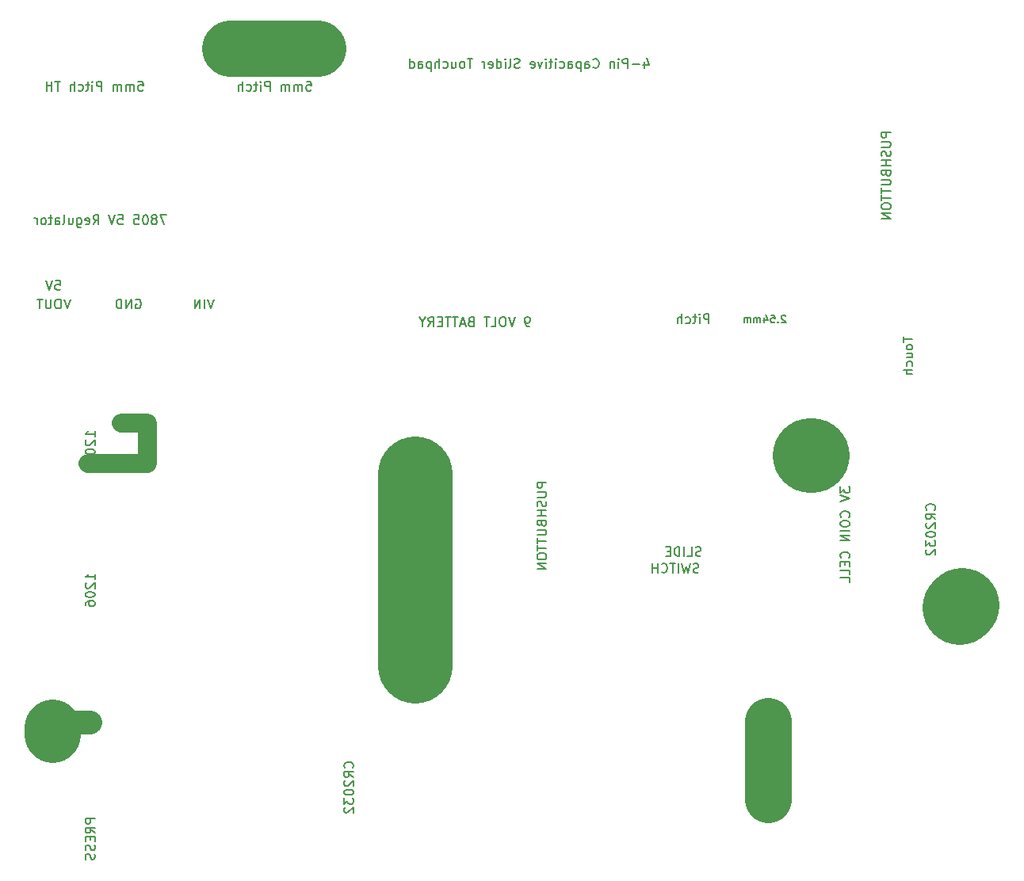
<source format=gbo>
G04 #@! TF.FileFunction,Legend,Bot*
%FSLAX46Y46*%
G04 Gerber Fmt 4.6, Leading zero omitted, Abs format (unit mm)*
G04 Created by KiCad (PCBNEW 4.0.1-3.201512221402+6198~38~ubuntu14.04.1-stable) date Tue 16 Feb 2016 12:41:40 PM PST*
%MOMM*%
G01*
G04 APERTURE LIST*
%ADD10C,0.100000*%
%ADD11C,8.000000*%
%ADD12C,2.500000*%
%ADD13C,6.000000*%
%ADD14C,2.000000*%
%ADD15C,5.000000*%
%ADD16C,0.150000*%
G04 APERTURE END LIST*
D10*
D11*
X130308000Y-95240000D02*
X130054000Y-95494000D01*
X114306000Y-79238000D02*
X114052000Y-79238000D01*
D12*
X33141000Y-107780000D02*
X37205000Y-107780000D01*
D13*
X33141000Y-109050000D02*
X33141000Y-108288000D01*
X33141000Y-109050000D02*
X33141000Y-108542000D01*
D14*
X43301000Y-80098000D02*
X43301000Y-76034000D01*
X43301000Y-75780000D02*
X40507000Y-75780000D01*
X36951000Y-80098000D02*
X43301000Y-80098000D01*
D15*
X109590000Y-107556000D02*
X109590000Y-115938000D01*
D11*
X71876000Y-101712000D02*
X71876000Y-81138000D01*
D13*
X61476000Y-35716000D02*
X52078000Y-35716000D01*
D16*
X102419905Y-89912762D02*
X102277048Y-89960381D01*
X102038952Y-89960381D01*
X101943714Y-89912762D01*
X101896095Y-89865143D01*
X101848476Y-89769905D01*
X101848476Y-89674667D01*
X101896095Y-89579429D01*
X101943714Y-89531810D01*
X102038952Y-89484190D01*
X102229429Y-89436571D01*
X102324667Y-89388952D01*
X102372286Y-89341333D01*
X102419905Y-89246095D01*
X102419905Y-89150857D01*
X102372286Y-89055619D01*
X102324667Y-89008000D01*
X102229429Y-88960381D01*
X101991333Y-88960381D01*
X101848476Y-89008000D01*
X100943714Y-89960381D02*
X101419905Y-89960381D01*
X101419905Y-88960381D01*
X100610381Y-89960381D02*
X100610381Y-88960381D01*
X100134191Y-89960381D02*
X100134191Y-88960381D01*
X99896096Y-88960381D01*
X99753238Y-89008000D01*
X99658000Y-89103238D01*
X99610381Y-89198476D01*
X99562762Y-89388952D01*
X99562762Y-89531810D01*
X99610381Y-89722286D01*
X99658000Y-89817524D01*
X99753238Y-89912762D01*
X99896096Y-89960381D01*
X100134191Y-89960381D01*
X99134191Y-89436571D02*
X98800857Y-89436571D01*
X98658000Y-89960381D02*
X99134191Y-89960381D01*
X99134191Y-88960381D01*
X98658000Y-88960381D01*
X102150000Y-91690762D02*
X102007143Y-91738381D01*
X101769047Y-91738381D01*
X101673809Y-91690762D01*
X101626190Y-91643143D01*
X101578571Y-91547905D01*
X101578571Y-91452667D01*
X101626190Y-91357429D01*
X101673809Y-91309810D01*
X101769047Y-91262190D01*
X101959524Y-91214571D01*
X102054762Y-91166952D01*
X102102381Y-91119333D01*
X102150000Y-91024095D01*
X102150000Y-90928857D01*
X102102381Y-90833619D01*
X102054762Y-90786000D01*
X101959524Y-90738381D01*
X101721428Y-90738381D01*
X101578571Y-90786000D01*
X101245238Y-90738381D02*
X101007143Y-91738381D01*
X100816666Y-91024095D01*
X100626190Y-91738381D01*
X100388095Y-90738381D01*
X100007143Y-91738381D02*
X100007143Y-90738381D01*
X99673810Y-90738381D02*
X99102381Y-90738381D01*
X99388096Y-91738381D02*
X99388096Y-90738381D01*
X98197619Y-91643143D02*
X98245238Y-91690762D01*
X98388095Y-91738381D01*
X98483333Y-91738381D01*
X98626191Y-91690762D01*
X98721429Y-91595524D01*
X98769048Y-91500286D01*
X98816667Y-91309810D01*
X98816667Y-91166952D01*
X98769048Y-90976476D01*
X98721429Y-90881238D01*
X98626191Y-90786000D01*
X98483333Y-90738381D01*
X98388095Y-90738381D01*
X98245238Y-90786000D01*
X98197619Y-90833619D01*
X97769048Y-91738381D02*
X97769048Y-90738381D01*
X97769048Y-91214571D02*
X97197619Y-91214571D01*
X97197619Y-91738381D02*
X97197619Y-90738381D01*
X45298811Y-53502381D02*
X44632144Y-53502381D01*
X45060716Y-54502381D01*
X44108335Y-53930952D02*
X44203573Y-53883333D01*
X44251192Y-53835714D01*
X44298811Y-53740476D01*
X44298811Y-53692857D01*
X44251192Y-53597619D01*
X44203573Y-53550000D01*
X44108335Y-53502381D01*
X43917858Y-53502381D01*
X43822620Y-53550000D01*
X43775001Y-53597619D01*
X43727382Y-53692857D01*
X43727382Y-53740476D01*
X43775001Y-53835714D01*
X43822620Y-53883333D01*
X43917858Y-53930952D01*
X44108335Y-53930952D01*
X44203573Y-53978571D01*
X44251192Y-54026190D01*
X44298811Y-54121429D01*
X44298811Y-54311905D01*
X44251192Y-54407143D01*
X44203573Y-54454762D01*
X44108335Y-54502381D01*
X43917858Y-54502381D01*
X43822620Y-54454762D01*
X43775001Y-54407143D01*
X43727382Y-54311905D01*
X43727382Y-54121429D01*
X43775001Y-54026190D01*
X43822620Y-53978571D01*
X43917858Y-53930952D01*
X43108335Y-53502381D02*
X43013096Y-53502381D01*
X42917858Y-53550000D01*
X42870239Y-53597619D01*
X42822620Y-53692857D01*
X42775001Y-53883333D01*
X42775001Y-54121429D01*
X42822620Y-54311905D01*
X42870239Y-54407143D01*
X42917858Y-54454762D01*
X43013096Y-54502381D01*
X43108335Y-54502381D01*
X43203573Y-54454762D01*
X43251192Y-54407143D01*
X43298811Y-54311905D01*
X43346430Y-54121429D01*
X43346430Y-53883333D01*
X43298811Y-53692857D01*
X43251192Y-53597619D01*
X43203573Y-53550000D01*
X43108335Y-53502381D01*
X41870239Y-53502381D02*
X42346430Y-53502381D01*
X42394049Y-53978571D01*
X42346430Y-53930952D01*
X42251192Y-53883333D01*
X42013096Y-53883333D01*
X41917858Y-53930952D01*
X41870239Y-53978571D01*
X41822620Y-54073810D01*
X41822620Y-54311905D01*
X41870239Y-54407143D01*
X41917858Y-54454762D01*
X42013096Y-54502381D01*
X42251192Y-54502381D01*
X42346430Y-54454762D01*
X42394049Y-54407143D01*
X40155953Y-53502381D02*
X40632144Y-53502381D01*
X40679763Y-53978571D01*
X40632144Y-53930952D01*
X40536906Y-53883333D01*
X40298810Y-53883333D01*
X40203572Y-53930952D01*
X40155953Y-53978571D01*
X40108334Y-54073810D01*
X40108334Y-54311905D01*
X40155953Y-54407143D01*
X40203572Y-54454762D01*
X40298810Y-54502381D01*
X40536906Y-54502381D01*
X40632144Y-54454762D01*
X40679763Y-54407143D01*
X39822620Y-53502381D02*
X39489287Y-54502381D01*
X39155953Y-53502381D01*
X37489286Y-54502381D02*
X37822620Y-54026190D01*
X38060715Y-54502381D02*
X38060715Y-53502381D01*
X37679762Y-53502381D01*
X37584524Y-53550000D01*
X37536905Y-53597619D01*
X37489286Y-53692857D01*
X37489286Y-53835714D01*
X37536905Y-53930952D01*
X37584524Y-53978571D01*
X37679762Y-54026190D01*
X38060715Y-54026190D01*
X36679762Y-54454762D02*
X36775000Y-54502381D01*
X36965477Y-54502381D01*
X37060715Y-54454762D01*
X37108334Y-54359524D01*
X37108334Y-53978571D01*
X37060715Y-53883333D01*
X36965477Y-53835714D01*
X36775000Y-53835714D01*
X36679762Y-53883333D01*
X36632143Y-53978571D01*
X36632143Y-54073810D01*
X37108334Y-54169048D01*
X35775000Y-53835714D02*
X35775000Y-54645238D01*
X35822619Y-54740476D01*
X35870238Y-54788095D01*
X35965477Y-54835714D01*
X36108334Y-54835714D01*
X36203572Y-54788095D01*
X35775000Y-54454762D02*
X35870238Y-54502381D01*
X36060715Y-54502381D01*
X36155953Y-54454762D01*
X36203572Y-54407143D01*
X36251191Y-54311905D01*
X36251191Y-54026190D01*
X36203572Y-53930952D01*
X36155953Y-53883333D01*
X36060715Y-53835714D01*
X35870238Y-53835714D01*
X35775000Y-53883333D01*
X34870238Y-53835714D02*
X34870238Y-54502381D01*
X35298810Y-53835714D02*
X35298810Y-54359524D01*
X35251191Y-54454762D01*
X35155953Y-54502381D01*
X35013095Y-54502381D01*
X34917857Y-54454762D01*
X34870238Y-54407143D01*
X34251191Y-54502381D02*
X34346429Y-54454762D01*
X34394048Y-54359524D01*
X34394048Y-53502381D01*
X33441666Y-54502381D02*
X33441666Y-53978571D01*
X33489285Y-53883333D01*
X33584523Y-53835714D01*
X33775000Y-53835714D01*
X33870238Y-53883333D01*
X33441666Y-54454762D02*
X33536904Y-54502381D01*
X33775000Y-54502381D01*
X33870238Y-54454762D01*
X33917857Y-54359524D01*
X33917857Y-54264286D01*
X33870238Y-54169048D01*
X33775000Y-54121429D01*
X33536904Y-54121429D01*
X33441666Y-54073810D01*
X33108333Y-53835714D02*
X32727381Y-53835714D01*
X32965476Y-53502381D02*
X32965476Y-54359524D01*
X32917857Y-54454762D01*
X32822619Y-54502381D01*
X32727381Y-54502381D01*
X32251190Y-54502381D02*
X32346428Y-54454762D01*
X32394047Y-54407143D01*
X32441666Y-54311905D01*
X32441666Y-54026190D01*
X32394047Y-53930952D01*
X32346428Y-53883333D01*
X32251190Y-53835714D01*
X32108332Y-53835714D01*
X32013094Y-53883333D01*
X31965475Y-53930952D01*
X31917856Y-54026190D01*
X31917856Y-54311905D01*
X31965475Y-54407143D01*
X32013094Y-54454762D01*
X32108332Y-54502381D01*
X32251190Y-54502381D01*
X31489285Y-54502381D02*
X31489285Y-53835714D01*
X31489285Y-54026190D02*
X31441666Y-53930952D01*
X31394047Y-53883333D01*
X31298809Y-53835714D01*
X31203570Y-53835714D01*
X50370238Y-62502381D02*
X50036905Y-63502381D01*
X49703571Y-62502381D01*
X49370238Y-63502381D02*
X49370238Y-62502381D01*
X48894048Y-63502381D02*
X48894048Y-62502381D01*
X48322619Y-63502381D01*
X48322619Y-62502381D01*
X42036904Y-62550000D02*
X42132142Y-62502381D01*
X42274999Y-62502381D01*
X42417857Y-62550000D01*
X42513095Y-62645238D01*
X42560714Y-62740476D01*
X42608333Y-62930952D01*
X42608333Y-63073810D01*
X42560714Y-63264286D01*
X42513095Y-63359524D01*
X42417857Y-63454762D01*
X42274999Y-63502381D01*
X42179761Y-63502381D01*
X42036904Y-63454762D01*
X41989285Y-63407143D01*
X41989285Y-63073810D01*
X42179761Y-63073810D01*
X41560714Y-63502381D02*
X41560714Y-62502381D01*
X40989285Y-63502381D01*
X40989285Y-62502381D01*
X40513095Y-63502381D02*
X40513095Y-62502381D01*
X40275000Y-62502381D01*
X40132142Y-62550000D01*
X40036904Y-62645238D01*
X39989285Y-62740476D01*
X39941666Y-62930952D01*
X39941666Y-63073810D01*
X39989285Y-63264286D01*
X40036904Y-63359524D01*
X40132142Y-63454762D01*
X40275000Y-63502381D01*
X40513095Y-63502381D01*
X35036905Y-62502381D02*
X34703572Y-63502381D01*
X34370238Y-62502381D01*
X33846429Y-62502381D02*
X33655952Y-62502381D01*
X33560714Y-62550000D01*
X33465476Y-62645238D01*
X33417857Y-62835714D01*
X33417857Y-63169048D01*
X33465476Y-63359524D01*
X33560714Y-63454762D01*
X33655952Y-63502381D01*
X33846429Y-63502381D01*
X33941667Y-63454762D01*
X34036905Y-63359524D01*
X34084524Y-63169048D01*
X34084524Y-62835714D01*
X34036905Y-62645238D01*
X33941667Y-62550000D01*
X33846429Y-62502381D01*
X32989286Y-62502381D02*
X32989286Y-63311905D01*
X32941667Y-63407143D01*
X32894048Y-63454762D01*
X32798810Y-63502381D01*
X32608333Y-63502381D01*
X32513095Y-63454762D01*
X32465476Y-63407143D01*
X32417857Y-63311905D01*
X32417857Y-62502381D01*
X32084524Y-62502381D02*
X31513095Y-62502381D01*
X31798810Y-63502381D02*
X31798810Y-62502381D01*
X33465476Y-60502381D02*
X33941667Y-60502381D01*
X33989286Y-60978571D01*
X33941667Y-60930952D01*
X33846429Y-60883333D01*
X33608333Y-60883333D01*
X33513095Y-60930952D01*
X33465476Y-60978571D01*
X33417857Y-61073810D01*
X33417857Y-61311905D01*
X33465476Y-61407143D01*
X33513095Y-61454762D01*
X33608333Y-61502381D01*
X33846429Y-61502381D01*
X33941667Y-61454762D01*
X33989286Y-61407143D01*
X33132143Y-60502381D02*
X32798810Y-61502381D01*
X32465476Y-60502381D01*
X127363143Y-85016762D02*
X127410762Y-84969143D01*
X127458381Y-84826286D01*
X127458381Y-84731048D01*
X127410762Y-84588190D01*
X127315524Y-84492952D01*
X127220286Y-84445333D01*
X127029810Y-84397714D01*
X126886952Y-84397714D01*
X126696476Y-84445333D01*
X126601238Y-84492952D01*
X126506000Y-84588190D01*
X126458381Y-84731048D01*
X126458381Y-84826286D01*
X126506000Y-84969143D01*
X126553619Y-85016762D01*
X127458381Y-86016762D02*
X126982190Y-85683428D01*
X127458381Y-85445333D02*
X126458381Y-85445333D01*
X126458381Y-85826286D01*
X126506000Y-85921524D01*
X126553619Y-85969143D01*
X126648857Y-86016762D01*
X126791714Y-86016762D01*
X126886952Y-85969143D01*
X126934571Y-85921524D01*
X126982190Y-85826286D01*
X126982190Y-85445333D01*
X126553619Y-86397714D02*
X126506000Y-86445333D01*
X126458381Y-86540571D01*
X126458381Y-86778667D01*
X126506000Y-86873905D01*
X126553619Y-86921524D01*
X126648857Y-86969143D01*
X126744095Y-86969143D01*
X126886952Y-86921524D01*
X127458381Y-86350095D01*
X127458381Y-86969143D01*
X126458381Y-87588190D02*
X126458381Y-87683429D01*
X126506000Y-87778667D01*
X126553619Y-87826286D01*
X126648857Y-87873905D01*
X126839333Y-87921524D01*
X127077429Y-87921524D01*
X127267905Y-87873905D01*
X127363143Y-87826286D01*
X127410762Y-87778667D01*
X127458381Y-87683429D01*
X127458381Y-87588190D01*
X127410762Y-87492952D01*
X127363143Y-87445333D01*
X127267905Y-87397714D01*
X127077429Y-87350095D01*
X126839333Y-87350095D01*
X126648857Y-87397714D01*
X126553619Y-87445333D01*
X126506000Y-87492952D01*
X126458381Y-87588190D01*
X126458381Y-88254857D02*
X126458381Y-88873905D01*
X126839333Y-88540571D01*
X126839333Y-88683429D01*
X126886952Y-88778667D01*
X126934571Y-88826286D01*
X127029810Y-88873905D01*
X127267905Y-88873905D01*
X127363143Y-88826286D01*
X127410762Y-88778667D01*
X127458381Y-88683429D01*
X127458381Y-88397714D01*
X127410762Y-88302476D01*
X127363143Y-88254857D01*
X126553619Y-89254857D02*
X126506000Y-89302476D01*
X126458381Y-89397714D01*
X126458381Y-89635810D01*
X126506000Y-89731048D01*
X126553619Y-89778667D01*
X126648857Y-89826286D01*
X126744095Y-89826286D01*
X126886952Y-89778667D01*
X127458381Y-89207238D01*
X127458381Y-89826286D01*
X117314381Y-82548571D02*
X117314381Y-83167619D01*
X117695333Y-82834285D01*
X117695333Y-82977143D01*
X117742952Y-83072381D01*
X117790571Y-83120000D01*
X117885810Y-83167619D01*
X118123905Y-83167619D01*
X118219143Y-83120000D01*
X118266762Y-83072381D01*
X118314381Y-82977143D01*
X118314381Y-82691428D01*
X118266762Y-82596190D01*
X118219143Y-82548571D01*
X117314381Y-83453333D02*
X118314381Y-83786666D01*
X117314381Y-84120000D01*
X118219143Y-85786667D02*
X118266762Y-85739048D01*
X118314381Y-85596191D01*
X118314381Y-85500953D01*
X118266762Y-85358095D01*
X118171524Y-85262857D01*
X118076286Y-85215238D01*
X117885810Y-85167619D01*
X117742952Y-85167619D01*
X117552476Y-85215238D01*
X117457238Y-85262857D01*
X117362000Y-85358095D01*
X117314381Y-85500953D01*
X117314381Y-85596191D01*
X117362000Y-85739048D01*
X117409619Y-85786667D01*
X117314381Y-86405714D02*
X117314381Y-86596191D01*
X117362000Y-86691429D01*
X117457238Y-86786667D01*
X117647714Y-86834286D01*
X117981048Y-86834286D01*
X118171524Y-86786667D01*
X118266762Y-86691429D01*
X118314381Y-86596191D01*
X118314381Y-86405714D01*
X118266762Y-86310476D01*
X118171524Y-86215238D01*
X117981048Y-86167619D01*
X117647714Y-86167619D01*
X117457238Y-86215238D01*
X117362000Y-86310476D01*
X117314381Y-86405714D01*
X118314381Y-87262857D02*
X117314381Y-87262857D01*
X118314381Y-87739047D02*
X117314381Y-87739047D01*
X118314381Y-88310476D01*
X117314381Y-88310476D01*
X118219143Y-90120000D02*
X118266762Y-90072381D01*
X118314381Y-89929524D01*
X118314381Y-89834286D01*
X118266762Y-89691428D01*
X118171524Y-89596190D01*
X118076286Y-89548571D01*
X117885810Y-89500952D01*
X117742952Y-89500952D01*
X117552476Y-89548571D01*
X117457238Y-89596190D01*
X117362000Y-89691428D01*
X117314381Y-89834286D01*
X117314381Y-89929524D01*
X117362000Y-90072381D01*
X117409619Y-90120000D01*
X117790571Y-90548571D02*
X117790571Y-90881905D01*
X118314381Y-91024762D02*
X118314381Y-90548571D01*
X117314381Y-90548571D01*
X117314381Y-91024762D01*
X118314381Y-91929524D02*
X118314381Y-91453333D01*
X117314381Y-91453333D01*
X118314381Y-92739048D02*
X118314381Y-92262857D01*
X117314381Y-92262857D01*
X37673381Y-117978333D02*
X36673381Y-117978333D01*
X36673381Y-118359286D01*
X36721000Y-118454524D01*
X36768619Y-118502143D01*
X36863857Y-118549762D01*
X37006714Y-118549762D01*
X37101952Y-118502143D01*
X37149571Y-118454524D01*
X37197190Y-118359286D01*
X37197190Y-117978333D01*
X37673381Y-119549762D02*
X37197190Y-119216428D01*
X37673381Y-118978333D02*
X36673381Y-118978333D01*
X36673381Y-119359286D01*
X36721000Y-119454524D01*
X36768619Y-119502143D01*
X36863857Y-119549762D01*
X37006714Y-119549762D01*
X37101952Y-119502143D01*
X37149571Y-119454524D01*
X37197190Y-119359286D01*
X37197190Y-118978333D01*
X37149571Y-119978333D02*
X37149571Y-120311667D01*
X37673381Y-120454524D02*
X37673381Y-119978333D01*
X36673381Y-119978333D01*
X36673381Y-120454524D01*
X37625762Y-120835476D02*
X37673381Y-120978333D01*
X37673381Y-121216429D01*
X37625762Y-121311667D01*
X37578143Y-121359286D01*
X37482905Y-121406905D01*
X37387667Y-121406905D01*
X37292429Y-121359286D01*
X37244810Y-121311667D01*
X37197190Y-121216429D01*
X37149571Y-121025952D01*
X37101952Y-120930714D01*
X37054333Y-120883095D01*
X36959095Y-120835476D01*
X36863857Y-120835476D01*
X36768619Y-120883095D01*
X36721000Y-120930714D01*
X36673381Y-121025952D01*
X36673381Y-121264048D01*
X36721000Y-121406905D01*
X37625762Y-121787857D02*
X37673381Y-121930714D01*
X37673381Y-122168810D01*
X37625762Y-122264048D01*
X37578143Y-122311667D01*
X37482905Y-122359286D01*
X37387667Y-122359286D01*
X37292429Y-122311667D01*
X37244810Y-122264048D01*
X37197190Y-122168810D01*
X37149571Y-121978333D01*
X37101952Y-121883095D01*
X37054333Y-121835476D01*
X36959095Y-121787857D01*
X36863857Y-121787857D01*
X36768619Y-121835476D01*
X36721000Y-121883095D01*
X36673381Y-121978333D01*
X36673381Y-122216429D01*
X36721000Y-122359286D01*
X37657381Y-92447143D02*
X37657381Y-91875714D01*
X37657381Y-92161428D02*
X36657381Y-92161428D01*
X36800238Y-92066190D01*
X36895476Y-91970952D01*
X36943095Y-91875714D01*
X36752619Y-92828095D02*
X36705000Y-92875714D01*
X36657381Y-92970952D01*
X36657381Y-93209048D01*
X36705000Y-93304286D01*
X36752619Y-93351905D01*
X36847857Y-93399524D01*
X36943095Y-93399524D01*
X37085952Y-93351905D01*
X37657381Y-92780476D01*
X37657381Y-93399524D01*
X36657381Y-94018571D02*
X36657381Y-94113810D01*
X36705000Y-94209048D01*
X36752619Y-94256667D01*
X36847857Y-94304286D01*
X37038333Y-94351905D01*
X37276429Y-94351905D01*
X37466905Y-94304286D01*
X37562143Y-94256667D01*
X37609762Y-94209048D01*
X37657381Y-94113810D01*
X37657381Y-94018571D01*
X37609762Y-93923333D01*
X37562143Y-93875714D01*
X37466905Y-93828095D01*
X37276429Y-93780476D01*
X37038333Y-93780476D01*
X36847857Y-93828095D01*
X36752619Y-93875714D01*
X36705000Y-93923333D01*
X36657381Y-94018571D01*
X36657381Y-95209048D02*
X36657381Y-95018571D01*
X36705000Y-94923333D01*
X36752619Y-94875714D01*
X36895476Y-94780476D01*
X37085952Y-94732857D01*
X37466905Y-94732857D01*
X37562143Y-94780476D01*
X37609762Y-94828095D01*
X37657381Y-94923333D01*
X37657381Y-95113810D01*
X37609762Y-95209048D01*
X37562143Y-95256667D01*
X37466905Y-95304286D01*
X37228810Y-95304286D01*
X37133571Y-95256667D01*
X37085952Y-95209048D01*
X37038333Y-95113810D01*
X37038333Y-94923333D01*
X37085952Y-94828095D01*
X37133571Y-94780476D01*
X37228810Y-94732857D01*
X103256667Y-65084381D02*
X103256667Y-64084381D01*
X102875714Y-64084381D01*
X102780476Y-64132000D01*
X102732857Y-64179619D01*
X102685238Y-64274857D01*
X102685238Y-64417714D01*
X102732857Y-64512952D01*
X102780476Y-64560571D01*
X102875714Y-64608190D01*
X103256667Y-64608190D01*
X102256667Y-65084381D02*
X102256667Y-64417714D01*
X102256667Y-64084381D02*
X102304286Y-64132000D01*
X102256667Y-64179619D01*
X102209048Y-64132000D01*
X102256667Y-64084381D01*
X102256667Y-64179619D01*
X101923334Y-64417714D02*
X101542382Y-64417714D01*
X101780477Y-64084381D02*
X101780477Y-64941524D01*
X101732858Y-65036762D01*
X101637620Y-65084381D01*
X101542382Y-65084381D01*
X100780476Y-65036762D02*
X100875714Y-65084381D01*
X101066191Y-65084381D01*
X101161429Y-65036762D01*
X101209048Y-64989143D01*
X101256667Y-64893905D01*
X101256667Y-64608190D01*
X101209048Y-64512952D01*
X101161429Y-64465333D01*
X101066191Y-64417714D01*
X100875714Y-64417714D01*
X100780476Y-64465333D01*
X100351905Y-65084381D02*
X100351905Y-64084381D01*
X99923333Y-65084381D02*
X99923333Y-64560571D01*
X99970952Y-64465333D01*
X100066190Y-64417714D01*
X100209048Y-64417714D01*
X100304286Y-64465333D01*
X100351905Y-64512952D01*
X111457619Y-64270095D02*
X111419524Y-64232000D01*
X111343333Y-64193905D01*
X111152857Y-64193905D01*
X111076667Y-64232000D01*
X111038571Y-64270095D01*
X111000476Y-64346286D01*
X111000476Y-64422476D01*
X111038571Y-64536762D01*
X111495714Y-64993905D01*
X111000476Y-64993905D01*
X110657619Y-64917714D02*
X110619524Y-64955810D01*
X110657619Y-64993905D01*
X110695714Y-64955810D01*
X110657619Y-64917714D01*
X110657619Y-64993905D01*
X109895714Y-64193905D02*
X110276667Y-64193905D01*
X110314762Y-64574857D01*
X110276667Y-64536762D01*
X110200476Y-64498667D01*
X110010000Y-64498667D01*
X109933810Y-64536762D01*
X109895714Y-64574857D01*
X109857619Y-64651048D01*
X109857619Y-64841524D01*
X109895714Y-64917714D01*
X109933810Y-64955810D01*
X110010000Y-64993905D01*
X110200476Y-64993905D01*
X110276667Y-64955810D01*
X110314762Y-64917714D01*
X109171905Y-64460571D02*
X109171905Y-64993905D01*
X109362381Y-64155810D02*
X109552857Y-64727238D01*
X109057619Y-64727238D01*
X108752857Y-64993905D02*
X108752857Y-64460571D01*
X108752857Y-64536762D02*
X108714762Y-64498667D01*
X108638571Y-64460571D01*
X108524285Y-64460571D01*
X108448095Y-64498667D01*
X108410000Y-64574857D01*
X108410000Y-64993905D01*
X108410000Y-64574857D02*
X108371904Y-64498667D01*
X108295714Y-64460571D01*
X108181428Y-64460571D01*
X108105238Y-64498667D01*
X108067143Y-64574857D01*
X108067143Y-64993905D01*
X107686190Y-64993905D02*
X107686190Y-64460571D01*
X107686190Y-64536762D02*
X107648095Y-64498667D01*
X107571904Y-64460571D01*
X107457618Y-64460571D01*
X107381428Y-64498667D01*
X107343333Y-64574857D01*
X107343333Y-64993905D01*
X107343333Y-64574857D02*
X107305237Y-64498667D01*
X107229047Y-64460571D01*
X107114761Y-64460571D01*
X107038571Y-64498667D01*
X107000476Y-64574857D01*
X107000476Y-64993905D01*
X37657381Y-77177143D02*
X37657381Y-76605714D01*
X37657381Y-76891428D02*
X36657381Y-76891428D01*
X36800238Y-76796190D01*
X36895476Y-76700952D01*
X36943095Y-76605714D01*
X36752619Y-77558095D02*
X36705000Y-77605714D01*
X36657381Y-77700952D01*
X36657381Y-77939048D01*
X36705000Y-78034286D01*
X36752619Y-78081905D01*
X36847857Y-78129524D01*
X36943095Y-78129524D01*
X37085952Y-78081905D01*
X37657381Y-77510476D01*
X37657381Y-78129524D01*
X36657381Y-78748571D02*
X36657381Y-78843810D01*
X36705000Y-78939048D01*
X36752619Y-78986667D01*
X36847857Y-79034286D01*
X37038333Y-79081905D01*
X37276429Y-79081905D01*
X37466905Y-79034286D01*
X37562143Y-78986667D01*
X37609762Y-78939048D01*
X37657381Y-78843810D01*
X37657381Y-78748571D01*
X37609762Y-78653333D01*
X37562143Y-78605714D01*
X37466905Y-78558095D01*
X37276429Y-78510476D01*
X37038333Y-78510476D01*
X36847857Y-78558095D01*
X36752619Y-78605714D01*
X36705000Y-78653333D01*
X36657381Y-78748571D01*
X36657381Y-79939048D02*
X36657381Y-79748571D01*
X36705000Y-79653333D01*
X36752619Y-79605714D01*
X36895476Y-79510476D01*
X37085952Y-79462857D01*
X37466905Y-79462857D01*
X37562143Y-79510476D01*
X37609762Y-79558095D01*
X37657381Y-79653333D01*
X37657381Y-79843810D01*
X37609762Y-79939048D01*
X37562143Y-79986667D01*
X37466905Y-80034286D01*
X37228810Y-80034286D01*
X37133571Y-79986667D01*
X37085952Y-79939048D01*
X37038333Y-79843810D01*
X37038333Y-79653333D01*
X37085952Y-79558095D01*
X37133571Y-79510476D01*
X37228810Y-79462857D01*
X124026381Y-66498571D02*
X124026381Y-67070000D01*
X125026381Y-66784285D02*
X124026381Y-66784285D01*
X125026381Y-67546190D02*
X124978762Y-67450952D01*
X124931143Y-67403333D01*
X124835905Y-67355714D01*
X124550190Y-67355714D01*
X124454952Y-67403333D01*
X124407333Y-67450952D01*
X124359714Y-67546190D01*
X124359714Y-67689048D01*
X124407333Y-67784286D01*
X124454952Y-67831905D01*
X124550190Y-67879524D01*
X124835905Y-67879524D01*
X124931143Y-67831905D01*
X124978762Y-67784286D01*
X125026381Y-67689048D01*
X125026381Y-67546190D01*
X124359714Y-68736667D02*
X125026381Y-68736667D01*
X124359714Y-68308095D02*
X124883524Y-68308095D01*
X124978762Y-68355714D01*
X125026381Y-68450952D01*
X125026381Y-68593810D01*
X124978762Y-68689048D01*
X124931143Y-68736667D01*
X124978762Y-69641429D02*
X125026381Y-69546191D01*
X125026381Y-69355714D01*
X124978762Y-69260476D01*
X124931143Y-69212857D01*
X124835905Y-69165238D01*
X124550190Y-69165238D01*
X124454952Y-69212857D01*
X124407333Y-69260476D01*
X124359714Y-69355714D01*
X124359714Y-69546191D01*
X124407333Y-69641429D01*
X125026381Y-70070000D02*
X124026381Y-70070000D01*
X125026381Y-70498572D02*
X124502571Y-70498572D01*
X124407333Y-70450953D01*
X124359714Y-70355715D01*
X124359714Y-70212857D01*
X124407333Y-70117619D01*
X124454952Y-70070000D01*
X96371524Y-37126714D02*
X96371524Y-37793381D01*
X96609620Y-36745762D02*
X96847715Y-37460048D01*
X96228667Y-37460048D01*
X95847715Y-37412429D02*
X95085810Y-37412429D01*
X94609620Y-37793381D02*
X94609620Y-36793381D01*
X94228667Y-36793381D01*
X94133429Y-36841000D01*
X94085810Y-36888619D01*
X94038191Y-36983857D01*
X94038191Y-37126714D01*
X94085810Y-37221952D01*
X94133429Y-37269571D01*
X94228667Y-37317190D01*
X94609620Y-37317190D01*
X93609620Y-37793381D02*
X93609620Y-37126714D01*
X93609620Y-36793381D02*
X93657239Y-36841000D01*
X93609620Y-36888619D01*
X93562001Y-36841000D01*
X93609620Y-36793381D01*
X93609620Y-36888619D01*
X93133430Y-37126714D02*
X93133430Y-37793381D01*
X93133430Y-37221952D02*
X93085811Y-37174333D01*
X92990573Y-37126714D01*
X92847715Y-37126714D01*
X92752477Y-37174333D01*
X92704858Y-37269571D01*
X92704858Y-37793381D01*
X90895334Y-37698143D02*
X90942953Y-37745762D01*
X91085810Y-37793381D01*
X91181048Y-37793381D01*
X91323906Y-37745762D01*
X91419144Y-37650524D01*
X91466763Y-37555286D01*
X91514382Y-37364810D01*
X91514382Y-37221952D01*
X91466763Y-37031476D01*
X91419144Y-36936238D01*
X91323906Y-36841000D01*
X91181048Y-36793381D01*
X91085810Y-36793381D01*
X90942953Y-36841000D01*
X90895334Y-36888619D01*
X90038191Y-37793381D02*
X90038191Y-37269571D01*
X90085810Y-37174333D01*
X90181048Y-37126714D01*
X90371525Y-37126714D01*
X90466763Y-37174333D01*
X90038191Y-37745762D02*
X90133429Y-37793381D01*
X90371525Y-37793381D01*
X90466763Y-37745762D01*
X90514382Y-37650524D01*
X90514382Y-37555286D01*
X90466763Y-37460048D01*
X90371525Y-37412429D01*
X90133429Y-37412429D01*
X90038191Y-37364810D01*
X89562001Y-37126714D02*
X89562001Y-38126714D01*
X89562001Y-37174333D02*
X89466763Y-37126714D01*
X89276286Y-37126714D01*
X89181048Y-37174333D01*
X89133429Y-37221952D01*
X89085810Y-37317190D01*
X89085810Y-37602905D01*
X89133429Y-37698143D01*
X89181048Y-37745762D01*
X89276286Y-37793381D01*
X89466763Y-37793381D01*
X89562001Y-37745762D01*
X88228667Y-37793381D02*
X88228667Y-37269571D01*
X88276286Y-37174333D01*
X88371524Y-37126714D01*
X88562001Y-37126714D01*
X88657239Y-37174333D01*
X88228667Y-37745762D02*
X88323905Y-37793381D01*
X88562001Y-37793381D01*
X88657239Y-37745762D01*
X88704858Y-37650524D01*
X88704858Y-37555286D01*
X88657239Y-37460048D01*
X88562001Y-37412429D01*
X88323905Y-37412429D01*
X88228667Y-37364810D01*
X87323905Y-37745762D02*
X87419143Y-37793381D01*
X87609620Y-37793381D01*
X87704858Y-37745762D01*
X87752477Y-37698143D01*
X87800096Y-37602905D01*
X87800096Y-37317190D01*
X87752477Y-37221952D01*
X87704858Y-37174333D01*
X87609620Y-37126714D01*
X87419143Y-37126714D01*
X87323905Y-37174333D01*
X86895334Y-37793381D02*
X86895334Y-37126714D01*
X86895334Y-36793381D02*
X86942953Y-36841000D01*
X86895334Y-36888619D01*
X86847715Y-36841000D01*
X86895334Y-36793381D01*
X86895334Y-36888619D01*
X86562001Y-37126714D02*
X86181049Y-37126714D01*
X86419144Y-36793381D02*
X86419144Y-37650524D01*
X86371525Y-37745762D01*
X86276287Y-37793381D01*
X86181049Y-37793381D01*
X85847715Y-37793381D02*
X85847715Y-37126714D01*
X85847715Y-36793381D02*
X85895334Y-36841000D01*
X85847715Y-36888619D01*
X85800096Y-36841000D01*
X85847715Y-36793381D01*
X85847715Y-36888619D01*
X85466763Y-37126714D02*
X85228668Y-37793381D01*
X84990572Y-37126714D01*
X84228667Y-37745762D02*
X84323905Y-37793381D01*
X84514382Y-37793381D01*
X84609620Y-37745762D01*
X84657239Y-37650524D01*
X84657239Y-37269571D01*
X84609620Y-37174333D01*
X84514382Y-37126714D01*
X84323905Y-37126714D01*
X84228667Y-37174333D01*
X84181048Y-37269571D01*
X84181048Y-37364810D01*
X84657239Y-37460048D01*
X83038191Y-37745762D02*
X82895334Y-37793381D01*
X82657238Y-37793381D01*
X82562000Y-37745762D01*
X82514381Y-37698143D01*
X82466762Y-37602905D01*
X82466762Y-37507667D01*
X82514381Y-37412429D01*
X82562000Y-37364810D01*
X82657238Y-37317190D01*
X82847715Y-37269571D01*
X82942953Y-37221952D01*
X82990572Y-37174333D01*
X83038191Y-37079095D01*
X83038191Y-36983857D01*
X82990572Y-36888619D01*
X82942953Y-36841000D01*
X82847715Y-36793381D01*
X82609619Y-36793381D01*
X82466762Y-36841000D01*
X81895334Y-37793381D02*
X81990572Y-37745762D01*
X82038191Y-37650524D01*
X82038191Y-36793381D01*
X81514381Y-37793381D02*
X81514381Y-37126714D01*
X81514381Y-36793381D02*
X81562000Y-36841000D01*
X81514381Y-36888619D01*
X81466762Y-36841000D01*
X81514381Y-36793381D01*
X81514381Y-36888619D01*
X80609619Y-37793381D02*
X80609619Y-36793381D01*
X80609619Y-37745762D02*
X80704857Y-37793381D01*
X80895334Y-37793381D01*
X80990572Y-37745762D01*
X81038191Y-37698143D01*
X81085810Y-37602905D01*
X81085810Y-37317190D01*
X81038191Y-37221952D01*
X80990572Y-37174333D01*
X80895334Y-37126714D01*
X80704857Y-37126714D01*
X80609619Y-37174333D01*
X79752476Y-37745762D02*
X79847714Y-37793381D01*
X80038191Y-37793381D01*
X80133429Y-37745762D01*
X80181048Y-37650524D01*
X80181048Y-37269571D01*
X80133429Y-37174333D01*
X80038191Y-37126714D01*
X79847714Y-37126714D01*
X79752476Y-37174333D01*
X79704857Y-37269571D01*
X79704857Y-37364810D01*
X80181048Y-37460048D01*
X79276286Y-37793381D02*
X79276286Y-37126714D01*
X79276286Y-37317190D02*
X79228667Y-37221952D01*
X79181048Y-37174333D01*
X79085810Y-37126714D01*
X78990571Y-37126714D01*
X78038190Y-36793381D02*
X77466761Y-36793381D01*
X77752476Y-37793381D02*
X77752476Y-36793381D01*
X76990571Y-37793381D02*
X77085809Y-37745762D01*
X77133428Y-37698143D01*
X77181047Y-37602905D01*
X77181047Y-37317190D01*
X77133428Y-37221952D01*
X77085809Y-37174333D01*
X76990571Y-37126714D01*
X76847713Y-37126714D01*
X76752475Y-37174333D01*
X76704856Y-37221952D01*
X76657237Y-37317190D01*
X76657237Y-37602905D01*
X76704856Y-37698143D01*
X76752475Y-37745762D01*
X76847713Y-37793381D01*
X76990571Y-37793381D01*
X75800094Y-37126714D02*
X75800094Y-37793381D01*
X76228666Y-37126714D02*
X76228666Y-37650524D01*
X76181047Y-37745762D01*
X76085809Y-37793381D01*
X75942951Y-37793381D01*
X75847713Y-37745762D01*
X75800094Y-37698143D01*
X74895332Y-37745762D02*
X74990570Y-37793381D01*
X75181047Y-37793381D01*
X75276285Y-37745762D01*
X75323904Y-37698143D01*
X75371523Y-37602905D01*
X75371523Y-37317190D01*
X75323904Y-37221952D01*
X75276285Y-37174333D01*
X75181047Y-37126714D01*
X74990570Y-37126714D01*
X74895332Y-37174333D01*
X74466761Y-37793381D02*
X74466761Y-36793381D01*
X74038189Y-37793381D02*
X74038189Y-37269571D01*
X74085808Y-37174333D01*
X74181046Y-37126714D01*
X74323904Y-37126714D01*
X74419142Y-37174333D01*
X74466761Y-37221952D01*
X73561999Y-37126714D02*
X73561999Y-38126714D01*
X73561999Y-37174333D02*
X73466761Y-37126714D01*
X73276284Y-37126714D01*
X73181046Y-37174333D01*
X73133427Y-37221952D01*
X73085808Y-37317190D01*
X73085808Y-37602905D01*
X73133427Y-37698143D01*
X73181046Y-37745762D01*
X73276284Y-37793381D01*
X73466761Y-37793381D01*
X73561999Y-37745762D01*
X72228665Y-37793381D02*
X72228665Y-37269571D01*
X72276284Y-37174333D01*
X72371522Y-37126714D01*
X72561999Y-37126714D01*
X72657237Y-37174333D01*
X72228665Y-37745762D02*
X72323903Y-37793381D01*
X72561999Y-37793381D01*
X72657237Y-37745762D01*
X72704856Y-37650524D01*
X72704856Y-37555286D01*
X72657237Y-37460048D01*
X72561999Y-37412429D01*
X72323903Y-37412429D01*
X72228665Y-37364810D01*
X71323903Y-37793381D02*
X71323903Y-36793381D01*
X71323903Y-37745762D02*
X71419141Y-37793381D01*
X71609618Y-37793381D01*
X71704856Y-37745762D01*
X71752475Y-37698143D01*
X71800094Y-37602905D01*
X71800094Y-37317190D01*
X71752475Y-37221952D01*
X71704856Y-37174333D01*
X71609618Y-37126714D01*
X71419141Y-37126714D01*
X71323903Y-37174333D01*
X65181143Y-112576762D02*
X65228762Y-112529143D01*
X65276381Y-112386286D01*
X65276381Y-112291048D01*
X65228762Y-112148190D01*
X65133524Y-112052952D01*
X65038286Y-112005333D01*
X64847810Y-111957714D01*
X64704952Y-111957714D01*
X64514476Y-112005333D01*
X64419238Y-112052952D01*
X64324000Y-112148190D01*
X64276381Y-112291048D01*
X64276381Y-112386286D01*
X64324000Y-112529143D01*
X64371619Y-112576762D01*
X65276381Y-113576762D02*
X64800190Y-113243428D01*
X65276381Y-113005333D02*
X64276381Y-113005333D01*
X64276381Y-113386286D01*
X64324000Y-113481524D01*
X64371619Y-113529143D01*
X64466857Y-113576762D01*
X64609714Y-113576762D01*
X64704952Y-113529143D01*
X64752571Y-113481524D01*
X64800190Y-113386286D01*
X64800190Y-113005333D01*
X64371619Y-113957714D02*
X64324000Y-114005333D01*
X64276381Y-114100571D01*
X64276381Y-114338667D01*
X64324000Y-114433905D01*
X64371619Y-114481524D01*
X64466857Y-114529143D01*
X64562095Y-114529143D01*
X64704952Y-114481524D01*
X65276381Y-113910095D01*
X65276381Y-114529143D01*
X64276381Y-115148190D02*
X64276381Y-115243429D01*
X64324000Y-115338667D01*
X64371619Y-115386286D01*
X64466857Y-115433905D01*
X64657333Y-115481524D01*
X64895429Y-115481524D01*
X65085905Y-115433905D01*
X65181143Y-115386286D01*
X65228762Y-115338667D01*
X65276381Y-115243429D01*
X65276381Y-115148190D01*
X65228762Y-115052952D01*
X65181143Y-115005333D01*
X65085905Y-114957714D01*
X64895429Y-114910095D01*
X64657333Y-114910095D01*
X64466857Y-114957714D01*
X64371619Y-115005333D01*
X64324000Y-115052952D01*
X64276381Y-115148190D01*
X64276381Y-115814857D02*
X64276381Y-116433905D01*
X64657333Y-116100571D01*
X64657333Y-116243429D01*
X64704952Y-116338667D01*
X64752571Y-116386286D01*
X64847810Y-116433905D01*
X65085905Y-116433905D01*
X65181143Y-116386286D01*
X65228762Y-116338667D01*
X65276381Y-116243429D01*
X65276381Y-115957714D01*
X65228762Y-115862476D01*
X65181143Y-115814857D01*
X64371619Y-116814857D02*
X64324000Y-116862476D01*
X64276381Y-116957714D01*
X64276381Y-117195810D01*
X64324000Y-117291048D01*
X64371619Y-117338667D01*
X64466857Y-117386286D01*
X64562095Y-117386286D01*
X64704952Y-117338667D01*
X65276381Y-116767238D01*
X65276381Y-117386286D01*
X122682381Y-44670952D02*
X121682381Y-44670952D01*
X121682381Y-45051905D01*
X121730000Y-45147143D01*
X121777619Y-45194762D01*
X121872857Y-45242381D01*
X122015714Y-45242381D01*
X122110952Y-45194762D01*
X122158571Y-45147143D01*
X122206190Y-45051905D01*
X122206190Y-44670952D01*
X121682381Y-45670952D02*
X122491905Y-45670952D01*
X122587143Y-45718571D01*
X122634762Y-45766190D01*
X122682381Y-45861428D01*
X122682381Y-46051905D01*
X122634762Y-46147143D01*
X122587143Y-46194762D01*
X122491905Y-46242381D01*
X121682381Y-46242381D01*
X122634762Y-46670952D02*
X122682381Y-46813809D01*
X122682381Y-47051905D01*
X122634762Y-47147143D01*
X122587143Y-47194762D01*
X122491905Y-47242381D01*
X122396667Y-47242381D01*
X122301429Y-47194762D01*
X122253810Y-47147143D01*
X122206190Y-47051905D01*
X122158571Y-46861428D01*
X122110952Y-46766190D01*
X122063333Y-46718571D01*
X121968095Y-46670952D01*
X121872857Y-46670952D01*
X121777619Y-46718571D01*
X121730000Y-46766190D01*
X121682381Y-46861428D01*
X121682381Y-47099524D01*
X121730000Y-47242381D01*
X122682381Y-47670952D02*
X121682381Y-47670952D01*
X122158571Y-47670952D02*
X122158571Y-48242381D01*
X122682381Y-48242381D02*
X121682381Y-48242381D01*
X122158571Y-49051905D02*
X122206190Y-49194762D01*
X122253810Y-49242381D01*
X122349048Y-49290000D01*
X122491905Y-49290000D01*
X122587143Y-49242381D01*
X122634762Y-49194762D01*
X122682381Y-49099524D01*
X122682381Y-48718571D01*
X121682381Y-48718571D01*
X121682381Y-49051905D01*
X121730000Y-49147143D01*
X121777619Y-49194762D01*
X121872857Y-49242381D01*
X121968095Y-49242381D01*
X122063333Y-49194762D01*
X122110952Y-49147143D01*
X122158571Y-49051905D01*
X122158571Y-48718571D01*
X121682381Y-49718571D02*
X122491905Y-49718571D01*
X122587143Y-49766190D01*
X122634762Y-49813809D01*
X122682381Y-49909047D01*
X122682381Y-50099524D01*
X122634762Y-50194762D01*
X122587143Y-50242381D01*
X122491905Y-50290000D01*
X121682381Y-50290000D01*
X121682381Y-50623333D02*
X121682381Y-51194762D01*
X122682381Y-50909047D02*
X121682381Y-50909047D01*
X121682381Y-51385238D02*
X121682381Y-51956667D01*
X122682381Y-51670952D02*
X121682381Y-51670952D01*
X121682381Y-52480476D02*
X121682381Y-52670953D01*
X121730000Y-52766191D01*
X121825238Y-52861429D01*
X122015714Y-52909048D01*
X122349048Y-52909048D01*
X122539524Y-52861429D01*
X122634762Y-52766191D01*
X122682381Y-52670953D01*
X122682381Y-52480476D01*
X122634762Y-52385238D01*
X122539524Y-52290000D01*
X122349048Y-52242381D01*
X122015714Y-52242381D01*
X121825238Y-52290000D01*
X121730000Y-52385238D01*
X121682381Y-52480476D01*
X122682381Y-53337619D02*
X121682381Y-53337619D01*
X122682381Y-53909048D01*
X121682381Y-53909048D01*
X42300666Y-39232381D02*
X42776857Y-39232381D01*
X42824476Y-39708571D01*
X42776857Y-39660952D01*
X42681619Y-39613333D01*
X42443523Y-39613333D01*
X42348285Y-39660952D01*
X42300666Y-39708571D01*
X42253047Y-39803810D01*
X42253047Y-40041905D01*
X42300666Y-40137143D01*
X42348285Y-40184762D01*
X42443523Y-40232381D01*
X42681619Y-40232381D01*
X42776857Y-40184762D01*
X42824476Y-40137143D01*
X41824476Y-40232381D02*
X41824476Y-39565714D01*
X41824476Y-39660952D02*
X41776857Y-39613333D01*
X41681619Y-39565714D01*
X41538761Y-39565714D01*
X41443523Y-39613333D01*
X41395904Y-39708571D01*
X41395904Y-40232381D01*
X41395904Y-39708571D02*
X41348285Y-39613333D01*
X41253047Y-39565714D01*
X41110190Y-39565714D01*
X41014952Y-39613333D01*
X40967333Y-39708571D01*
X40967333Y-40232381D01*
X40491143Y-40232381D02*
X40491143Y-39565714D01*
X40491143Y-39660952D02*
X40443524Y-39613333D01*
X40348286Y-39565714D01*
X40205428Y-39565714D01*
X40110190Y-39613333D01*
X40062571Y-39708571D01*
X40062571Y-40232381D01*
X40062571Y-39708571D02*
X40014952Y-39613333D01*
X39919714Y-39565714D01*
X39776857Y-39565714D01*
X39681619Y-39613333D01*
X39634000Y-39708571D01*
X39634000Y-40232381D01*
X38395905Y-40232381D02*
X38395905Y-39232381D01*
X38014952Y-39232381D01*
X37919714Y-39280000D01*
X37872095Y-39327619D01*
X37824476Y-39422857D01*
X37824476Y-39565714D01*
X37872095Y-39660952D01*
X37919714Y-39708571D01*
X38014952Y-39756190D01*
X38395905Y-39756190D01*
X37395905Y-40232381D02*
X37395905Y-39565714D01*
X37395905Y-39232381D02*
X37443524Y-39280000D01*
X37395905Y-39327619D01*
X37348286Y-39280000D01*
X37395905Y-39232381D01*
X37395905Y-39327619D01*
X37062572Y-39565714D02*
X36681620Y-39565714D01*
X36919715Y-39232381D02*
X36919715Y-40089524D01*
X36872096Y-40184762D01*
X36776858Y-40232381D01*
X36681620Y-40232381D01*
X35919714Y-40184762D02*
X36014952Y-40232381D01*
X36205429Y-40232381D01*
X36300667Y-40184762D01*
X36348286Y-40137143D01*
X36395905Y-40041905D01*
X36395905Y-39756190D01*
X36348286Y-39660952D01*
X36300667Y-39613333D01*
X36205429Y-39565714D01*
X36014952Y-39565714D01*
X35919714Y-39613333D01*
X35491143Y-40232381D02*
X35491143Y-39232381D01*
X35062571Y-40232381D02*
X35062571Y-39708571D01*
X35110190Y-39613333D01*
X35205428Y-39565714D01*
X35348286Y-39565714D01*
X35443524Y-39613333D01*
X35491143Y-39660952D01*
X33967333Y-39232381D02*
X33395904Y-39232381D01*
X33681619Y-40232381D02*
X33681619Y-39232381D01*
X33062571Y-40232381D02*
X33062571Y-39232381D01*
X33062571Y-39708571D02*
X32491142Y-39708571D01*
X32491142Y-40232381D02*
X32491142Y-39232381D01*
X60284952Y-39232381D02*
X60761143Y-39232381D01*
X60808762Y-39708571D01*
X60761143Y-39660952D01*
X60665905Y-39613333D01*
X60427809Y-39613333D01*
X60332571Y-39660952D01*
X60284952Y-39708571D01*
X60237333Y-39803810D01*
X60237333Y-40041905D01*
X60284952Y-40137143D01*
X60332571Y-40184762D01*
X60427809Y-40232381D01*
X60665905Y-40232381D01*
X60761143Y-40184762D01*
X60808762Y-40137143D01*
X59808762Y-40232381D02*
X59808762Y-39565714D01*
X59808762Y-39660952D02*
X59761143Y-39613333D01*
X59665905Y-39565714D01*
X59523047Y-39565714D01*
X59427809Y-39613333D01*
X59380190Y-39708571D01*
X59380190Y-40232381D01*
X59380190Y-39708571D02*
X59332571Y-39613333D01*
X59237333Y-39565714D01*
X59094476Y-39565714D01*
X58999238Y-39613333D01*
X58951619Y-39708571D01*
X58951619Y-40232381D01*
X58475429Y-40232381D02*
X58475429Y-39565714D01*
X58475429Y-39660952D02*
X58427810Y-39613333D01*
X58332572Y-39565714D01*
X58189714Y-39565714D01*
X58094476Y-39613333D01*
X58046857Y-39708571D01*
X58046857Y-40232381D01*
X58046857Y-39708571D02*
X57999238Y-39613333D01*
X57904000Y-39565714D01*
X57761143Y-39565714D01*
X57665905Y-39613333D01*
X57618286Y-39708571D01*
X57618286Y-40232381D01*
X56380191Y-40232381D02*
X56380191Y-39232381D01*
X55999238Y-39232381D01*
X55904000Y-39280000D01*
X55856381Y-39327619D01*
X55808762Y-39422857D01*
X55808762Y-39565714D01*
X55856381Y-39660952D01*
X55904000Y-39708571D01*
X55999238Y-39756190D01*
X56380191Y-39756190D01*
X55380191Y-40232381D02*
X55380191Y-39565714D01*
X55380191Y-39232381D02*
X55427810Y-39280000D01*
X55380191Y-39327619D01*
X55332572Y-39280000D01*
X55380191Y-39232381D01*
X55380191Y-39327619D01*
X55046858Y-39565714D02*
X54665906Y-39565714D01*
X54904001Y-39232381D02*
X54904001Y-40089524D01*
X54856382Y-40184762D01*
X54761144Y-40232381D01*
X54665906Y-40232381D01*
X53904000Y-40184762D02*
X53999238Y-40232381D01*
X54189715Y-40232381D01*
X54284953Y-40184762D01*
X54332572Y-40137143D01*
X54380191Y-40041905D01*
X54380191Y-39756190D01*
X54332572Y-39660952D01*
X54284953Y-39613333D01*
X54189715Y-39565714D01*
X53999238Y-39565714D01*
X53904000Y-39613333D01*
X53475429Y-40232381D02*
X53475429Y-39232381D01*
X53046857Y-40232381D02*
X53046857Y-39708571D01*
X53094476Y-39613333D01*
X53189714Y-39565714D01*
X53332572Y-39565714D01*
X53427810Y-39613333D01*
X53475429Y-39660952D01*
X85912381Y-82094952D02*
X84912381Y-82094952D01*
X84912381Y-82475905D01*
X84960000Y-82571143D01*
X85007619Y-82618762D01*
X85102857Y-82666381D01*
X85245714Y-82666381D01*
X85340952Y-82618762D01*
X85388571Y-82571143D01*
X85436190Y-82475905D01*
X85436190Y-82094952D01*
X84912381Y-83094952D02*
X85721905Y-83094952D01*
X85817143Y-83142571D01*
X85864762Y-83190190D01*
X85912381Y-83285428D01*
X85912381Y-83475905D01*
X85864762Y-83571143D01*
X85817143Y-83618762D01*
X85721905Y-83666381D01*
X84912381Y-83666381D01*
X85864762Y-84094952D02*
X85912381Y-84237809D01*
X85912381Y-84475905D01*
X85864762Y-84571143D01*
X85817143Y-84618762D01*
X85721905Y-84666381D01*
X85626667Y-84666381D01*
X85531429Y-84618762D01*
X85483810Y-84571143D01*
X85436190Y-84475905D01*
X85388571Y-84285428D01*
X85340952Y-84190190D01*
X85293333Y-84142571D01*
X85198095Y-84094952D01*
X85102857Y-84094952D01*
X85007619Y-84142571D01*
X84960000Y-84190190D01*
X84912381Y-84285428D01*
X84912381Y-84523524D01*
X84960000Y-84666381D01*
X85912381Y-85094952D02*
X84912381Y-85094952D01*
X85388571Y-85094952D02*
X85388571Y-85666381D01*
X85912381Y-85666381D02*
X84912381Y-85666381D01*
X85388571Y-86475905D02*
X85436190Y-86618762D01*
X85483810Y-86666381D01*
X85579048Y-86714000D01*
X85721905Y-86714000D01*
X85817143Y-86666381D01*
X85864762Y-86618762D01*
X85912381Y-86523524D01*
X85912381Y-86142571D01*
X84912381Y-86142571D01*
X84912381Y-86475905D01*
X84960000Y-86571143D01*
X85007619Y-86618762D01*
X85102857Y-86666381D01*
X85198095Y-86666381D01*
X85293333Y-86618762D01*
X85340952Y-86571143D01*
X85388571Y-86475905D01*
X85388571Y-86142571D01*
X84912381Y-87142571D02*
X85721905Y-87142571D01*
X85817143Y-87190190D01*
X85864762Y-87237809D01*
X85912381Y-87333047D01*
X85912381Y-87523524D01*
X85864762Y-87618762D01*
X85817143Y-87666381D01*
X85721905Y-87714000D01*
X84912381Y-87714000D01*
X84912381Y-88047333D02*
X84912381Y-88618762D01*
X85912381Y-88333047D02*
X84912381Y-88333047D01*
X84912381Y-88809238D02*
X84912381Y-89380667D01*
X85912381Y-89094952D02*
X84912381Y-89094952D01*
X84912381Y-89904476D02*
X84912381Y-90094953D01*
X84960000Y-90190191D01*
X85055238Y-90285429D01*
X85245714Y-90333048D01*
X85579048Y-90333048D01*
X85769524Y-90285429D01*
X85864762Y-90190191D01*
X85912381Y-90094953D01*
X85912381Y-89904476D01*
X85864762Y-89809238D01*
X85769524Y-89714000D01*
X85579048Y-89666381D01*
X85245714Y-89666381D01*
X85055238Y-89714000D01*
X84960000Y-89809238D01*
X84912381Y-89904476D01*
X85912381Y-90761619D02*
X84912381Y-90761619D01*
X85912381Y-91333048D01*
X84912381Y-91333048D01*
X84057906Y-65412381D02*
X83867430Y-65412381D01*
X83772191Y-65364762D01*
X83724572Y-65317143D01*
X83629334Y-65174286D01*
X83581715Y-64983810D01*
X83581715Y-64602857D01*
X83629334Y-64507619D01*
X83676953Y-64460000D01*
X83772191Y-64412381D01*
X83962668Y-64412381D01*
X84057906Y-64460000D01*
X84105525Y-64507619D01*
X84153144Y-64602857D01*
X84153144Y-64840952D01*
X84105525Y-64936190D01*
X84057906Y-64983810D01*
X83962668Y-65031429D01*
X83772191Y-65031429D01*
X83676953Y-64983810D01*
X83629334Y-64936190D01*
X83581715Y-64840952D01*
X82534096Y-64412381D02*
X82200763Y-65412381D01*
X81867429Y-64412381D01*
X81343620Y-64412381D02*
X81153143Y-64412381D01*
X81057905Y-64460000D01*
X80962667Y-64555238D01*
X80915048Y-64745714D01*
X80915048Y-65079048D01*
X80962667Y-65269524D01*
X81057905Y-65364762D01*
X81153143Y-65412381D01*
X81343620Y-65412381D01*
X81438858Y-65364762D01*
X81534096Y-65269524D01*
X81581715Y-65079048D01*
X81581715Y-64745714D01*
X81534096Y-64555238D01*
X81438858Y-64460000D01*
X81343620Y-64412381D01*
X80010286Y-65412381D02*
X80486477Y-65412381D01*
X80486477Y-64412381D01*
X79819810Y-64412381D02*
X79248381Y-64412381D01*
X79534096Y-65412381D02*
X79534096Y-64412381D01*
X77819809Y-64888571D02*
X77676952Y-64936190D01*
X77629333Y-64983810D01*
X77581714Y-65079048D01*
X77581714Y-65221905D01*
X77629333Y-65317143D01*
X77676952Y-65364762D01*
X77772190Y-65412381D01*
X78153143Y-65412381D01*
X78153143Y-64412381D01*
X77819809Y-64412381D01*
X77724571Y-64460000D01*
X77676952Y-64507619D01*
X77629333Y-64602857D01*
X77629333Y-64698095D01*
X77676952Y-64793333D01*
X77724571Y-64840952D01*
X77819809Y-64888571D01*
X78153143Y-64888571D01*
X77200762Y-65126667D02*
X76724571Y-65126667D01*
X77296000Y-65412381D02*
X76962667Y-64412381D01*
X76629333Y-65412381D01*
X76438857Y-64412381D02*
X75867428Y-64412381D01*
X76153143Y-65412381D02*
X76153143Y-64412381D01*
X75676952Y-64412381D02*
X75105523Y-64412381D01*
X75391238Y-65412381D02*
X75391238Y-64412381D01*
X74772190Y-64888571D02*
X74438856Y-64888571D01*
X74295999Y-65412381D02*
X74772190Y-65412381D01*
X74772190Y-64412381D01*
X74295999Y-64412381D01*
X73295999Y-65412381D02*
X73629333Y-64936190D01*
X73867428Y-65412381D02*
X73867428Y-64412381D01*
X73486475Y-64412381D01*
X73391237Y-64460000D01*
X73343618Y-64507619D01*
X73295999Y-64602857D01*
X73295999Y-64745714D01*
X73343618Y-64840952D01*
X73391237Y-64888571D01*
X73486475Y-64936190D01*
X73867428Y-64936190D01*
X72676952Y-64936190D02*
X72676952Y-65412381D01*
X73010285Y-64412381D02*
X72676952Y-64936190D01*
X72343618Y-64412381D01*
M02*

</source>
